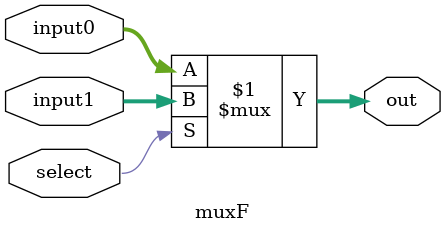
<source format=v>


module muxF(
        input select,  // MF select
        input [31:0] input0,
        input [31:0] input1,
        output[31:0] out
    );

assign out = select ? input1 : input0;


endmodule
</source>
